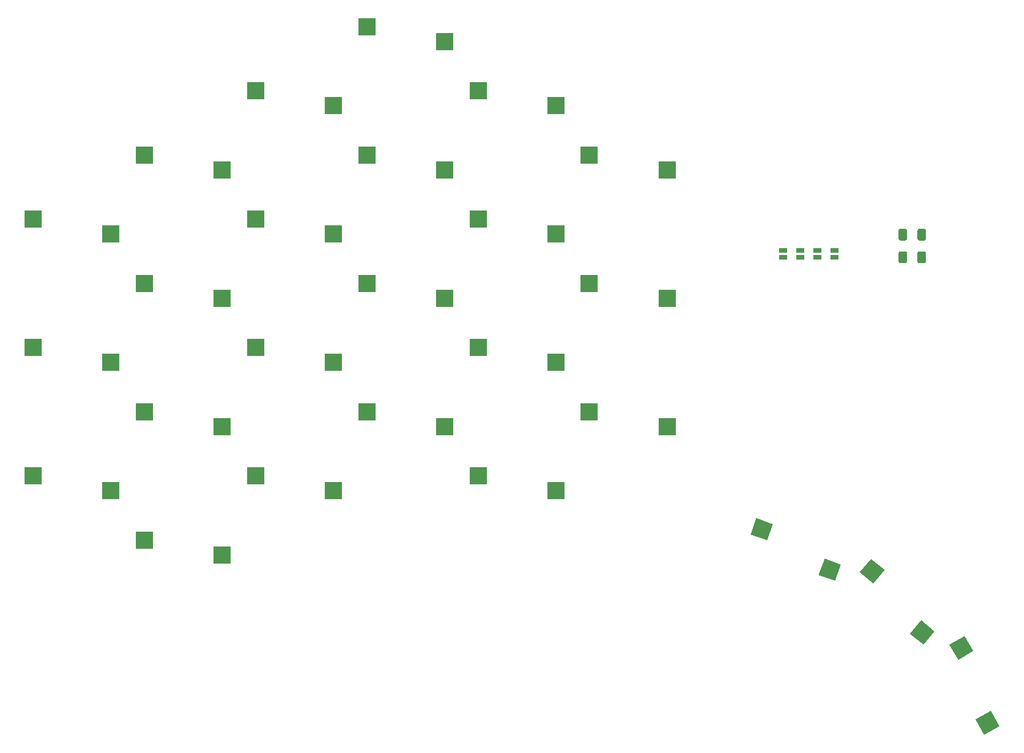
<source format=gbr>
%TF.GenerationSoftware,KiCad,Pcbnew,5.1.10-88a1d61d58~90~ubuntu20.04.1*%
%TF.CreationDate,2021-08-28T15:33:20+01:00*%
%TF.ProjectId,scrawler,73637261-776c-4657-922e-6b696361645f,rev?*%
%TF.SameCoordinates,Original*%
%TF.FileFunction,Paste,Bot*%
%TF.FilePolarity,Positive*%
%FSLAX46Y46*%
G04 Gerber Fmt 4.6, Leading zero omitted, Abs format (unit mm)*
G04 Created by KiCad (PCBNEW 5.1.10-88a1d61d58~90~ubuntu20.04.1) date 2021-08-28 15:33:20*
%MOMM*%
%LPD*%
G01*
G04 APERTURE LIST*
%ADD10R,2.600000X2.600000*%
%ADD11C,0.100000*%
%ADD12R,1.143000X0.635000*%
G04 APERTURE END LIST*
D10*
%TO.C,SW9B1*%
X112470084Y-82150000D03*
X100920084Y-79950000D03*
%TD*%
%TO.C,SW8B1*%
X95972784Y-91675000D03*
X84422784Y-89475000D03*
%TD*%
%TO.C,SW7B1*%
X79475000Y-101200000D03*
X67925000Y-99000000D03*
%TD*%
%TO.C,SW6B1*%
X161963920Y-72625000D03*
X150413920Y-70425000D03*
%TD*%
%TO.C,SW5B1*%
X145466136Y-63100000D03*
X133916136Y-60900000D03*
%TD*%
%TO.C,SW4B1*%
X128968352Y-53575000D03*
X117418352Y-51375000D03*
%TD*%
%TO.C,SW3B1*%
X112470084Y-63100000D03*
X100920084Y-60900000D03*
%TD*%
%TO.C,SW2B1*%
X95972784Y-72625000D03*
X84422784Y-70425000D03*
%TD*%
D11*
%TO.C,SW26B1*%
G36*
X207700516Y-154204800D02*
G01*
X209952182Y-152904800D01*
X211252182Y-155156466D01*
X209000516Y-156456466D01*
X207700516Y-154204800D01*
G37*
G36*
X203830772Y-143102207D02*
G01*
X206082438Y-141802207D01*
X207382438Y-144053873D01*
X205130772Y-145353873D01*
X203830772Y-143102207D01*
G37*
%TD*%
%TO.C,SW25B1*%
G36*
X197982627Y-141443328D02*
G01*
X199653875Y-139451612D01*
X201645591Y-141122860D01*
X199974343Y-143114576D01*
X197982627Y-141443328D01*
G37*
G36*
X190548947Y-132333833D02*
G01*
X192220195Y-130342117D01*
X194211911Y-132013365D01*
X192540663Y-134005081D01*
X190548947Y-132333833D01*
G37*
%TD*%
%TO.C,SW24B1*%
G36*
X184427946Y-132748361D02*
G01*
X185317199Y-130305160D01*
X187760400Y-131194413D01*
X186871147Y-133637614D01*
X184427946Y-132748361D01*
G37*
G36*
X174326941Y-126730705D02*
G01*
X175216194Y-124287504D01*
X177659395Y-125176757D01*
X176770142Y-127619958D01*
X174326941Y-126730705D01*
G37*
%TD*%
D10*
%TO.C,SW22B1*%
X145466136Y-120250000D03*
X133916136Y-118050000D03*
%TD*%
%TO.C,SW21B1*%
X128968352Y-110725000D03*
X117418352Y-108525000D03*
%TD*%
%TO.C,SW20B1*%
X112470084Y-120250000D03*
X100920084Y-118050000D03*
%TD*%
%TO.C,SW1B1*%
X79475000Y-82150000D03*
X67925000Y-79950000D03*
%TD*%
%TO.C,SW19B1*%
X95972784Y-129775000D03*
X84422784Y-127575000D03*
%TD*%
%TO.C,SW18B1*%
X161963920Y-110725000D03*
X150413920Y-108525000D03*
%TD*%
%TO.C,SW17B1*%
X145466136Y-101200000D03*
X133916136Y-99000000D03*
%TD*%
%TO.C,SW16B1*%
X128968352Y-91675000D03*
X117418352Y-89475000D03*
%TD*%
%TO.C,SW15B1*%
X112470084Y-101200000D03*
X100920084Y-99000000D03*
%TD*%
%TO.C,SW14B1*%
X95972784Y-110725000D03*
X84422784Y-108525000D03*
%TD*%
%TO.C,SW13B1*%
X79475000Y-120250000D03*
X67925000Y-118050000D03*
%TD*%
%TO.C,SW12B1*%
X161963920Y-91675000D03*
X150413920Y-89475000D03*
%TD*%
%TO.C,SW11B1*%
X145466136Y-82150000D03*
X133916136Y-79950000D03*
%TD*%
%TO.C,SW10B1*%
X128968352Y-72625000D03*
X117418352Y-70425000D03*
%TD*%
%TO.C,R2*%
G36*
G01*
X200338500Y-84960300D02*
X200338500Y-86210300D01*
G75*
G02*
X200088500Y-86460300I-250000J0D01*
G01*
X199338500Y-86460300D01*
G75*
G02*
X199088500Y-86210300I0J250000D01*
G01*
X199088500Y-84960300D01*
G75*
G02*
X199338500Y-84710300I250000J0D01*
G01*
X200088500Y-84710300D01*
G75*
G02*
X200338500Y-84960300I0J-250000D01*
G01*
G37*
G36*
G01*
X197538500Y-84960300D02*
X197538500Y-86210300D01*
G75*
G02*
X197288500Y-86460300I-250000J0D01*
G01*
X196538500Y-86460300D01*
G75*
G02*
X196288500Y-86210300I0J250000D01*
G01*
X196288500Y-84960300D01*
G75*
G02*
X196538500Y-84710300I250000J0D01*
G01*
X197288500Y-84710300D01*
G75*
G02*
X197538500Y-84960300I0J-250000D01*
G01*
G37*
%TD*%
%TO.C,R1*%
G36*
G01*
X200348200Y-81607500D02*
X200348200Y-82857500D01*
G75*
G02*
X200098200Y-83107500I-250000J0D01*
G01*
X199348200Y-83107500D01*
G75*
G02*
X199098200Y-82857500I0J250000D01*
G01*
X199098200Y-81607500D01*
G75*
G02*
X199348200Y-81357500I250000J0D01*
G01*
X200098200Y-81357500D01*
G75*
G02*
X200348200Y-81607500I0J-250000D01*
G01*
G37*
G36*
G01*
X197548200Y-81607500D02*
X197548200Y-82857500D01*
G75*
G02*
X197298200Y-83107500I-250000J0D01*
G01*
X196548200Y-83107500D01*
G75*
G02*
X196298200Y-82857500I0J250000D01*
G01*
X196298200Y-81607500D01*
G75*
G02*
X196548200Y-81357500I250000J0D01*
G01*
X197298200Y-81357500D01*
G75*
G02*
X197548200Y-81607500I0J-250000D01*
G01*
G37*
%TD*%
D12*
%TO.C,JP8*%
X179204620Y-84551520D03*
X179204620Y-85552280D03*
%TD*%
%TO.C,JP7*%
X181744620Y-84551520D03*
X181744620Y-85552280D03*
%TD*%
%TO.C,JP6*%
X184284620Y-84551520D03*
X184284620Y-85552280D03*
%TD*%
%TO.C,JP5*%
X186824620Y-84551520D03*
X186824620Y-85552280D03*
%TD*%
M02*

</source>
